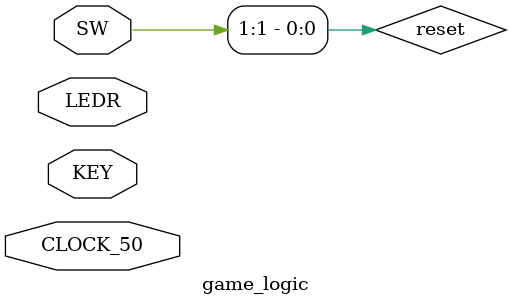
<source format=v>

module game_logic(CLOCK_50,
		KEY, SW, LEDR);
		
		input CLOCK_50;
		input	[1:0] SW;
		input [3:0] KEY;
		input [2:0] LEDR;
		wire reset;
		assign reset = SW[1];
		
		
		/* Piece Definitions */
		// {COLOR, PIECE, STATE}
		localparam PIECE_NONE = 3'b000;
		localparam PIECE_PAWN = 3'b001;
		localparam PIECE_CANNON = 3'b010;
		localparam PIECE_KNIGHT = 3'b011;
		localparam PIECE_ROOK = 3'b100;
		localparam PIECE_BISHOP  = 3'b101;
		localparam PIECE_QUEEN  = 3'b110;
		localparam PIECE_KING   = 3'b111;

		localparam COLOR_RED  = 1'b0;
		localparam COLOR_BLACK  = 1'b1;

		localparam STATE_COVERED = 1'b0;
		localparam STATE_UNCOVERED = 1'b1;
		
		reg [4:0] board[31:0];
		wire [159:0] passable_board;
		
		genvar i;
		generate for (i=0; i<31; i=i+1) begin: BOARD
			assign  passable_board[i*5+4 : i*5] = board[i];
		end
		endgenerate
		
		wire [4:0] board_change_addr;
		wire [4:0] board_change_piece;
		wire [4:0] cursor_addr;
		wire [4:0] selected_piece_addr;
		wire hilite_selected_square;
		wire [2:0] logic_state;
		wire board_change_en_wire;
		wire is_in_initial_state;
		
		logic logic_module(
			.CLK(CLK_50), 
			.RESET(Reset),
			.board_input(passable_board),

			.board_out_addr(board_change_addr),
			.board_out_piece(board_change_piece),
			.board_change_en_wire(board_change_en_wire),
			.cursor_addr(cursor_addr),
			.selected_addr(selected_piece_addr),
			.hilite_selected_square(hilite_selected_square),

			.keyU(KEY[3]), .keyL(KEY[2]), .keyC(SW[0]),
			.keyR(KEY[1]), .keyD(KEY[0]),
			.state(logic_state), .move_is_legal(LEDR[0]), .is_in_initial_state(is_in_initial_state)
			);
		
		
		always @(posedge CLK_50)
		begin 
			if (Reset != 1) begin 
				if (board_change_en_wire == 1)  
				begin
					board[board_change_addr] <= board_change_piece;
				end
			end
			if (is_in_initial_state)
			begin
				board[5'b11_000] <= { COLOR_RED ,PIECE_ROOK, STATE_COVERED};
				board[5'b11_001] <= { COLOR_RED, PIECE_KNIGHT, STATE_COVERED};
				board[5'b11_010] <= { COLOR_RED, PIECE_BISHOP, STATE_COVERED };
				board[5'b11_011] <= { COLOR_RED, PIECE_QUEEN, STATE_COVERED };
				board[5'b11_100] <= { COLOR_RED, PIECE_KING, STATE_COVERED };
				board[5'b11_101] <= { COLOR_RED, PIECE_BISHOP, STATE_COVERED };
				board[5'b11_110] <= { COLOR_RED, PIECE_KNIGHT, STATE_COVERED };
				board[5'b11_111] <= { COLOR_RED, PIECE_ROOK, STATE_COVERED };
				
				board[5'b10_000] <= { COLOR_RED, PIECE_PAWN, STATE_COVERED };
				board[5'b10_001] <= { COLOR_RED, PIECE_PAWN, STATE_COVERED };
				board[5'b10_010] <= { COLOR_RED, PIECE_PAWN, STATE_COVERED};
				board[5'b10_011] <= { COLOR_RED, PIECE_CANNON, STATE_COVERED};
				board[5'b10_100] <= { COLOR_RED, PIECE_CANNON, STATE_COVERED};
				board[5'b10_101] <= { COLOR_RED, PIECE_QUEEN, STATE_COVERED };
				board[5'b10_110] <= { COLOR_RED, PIECE_PAWN, STATE_COVERED };
				board[5'b10_111] <= { COLOR_RED, PIECE_PAWN, STATE_COVERED };
				
				
				board[6'b01_000] <= { COLOR_BLACK, PIECE_PAWN, STATE_COVERED };
				board[6'b01_001] <= { COLOR_BLACK, PIECE_PAWN, STATE_COVERED };
				board[6'b01_010] <= { COLOR_BLACK, PIECE_PAWN, STATE_COVERED };
				board[6'b01_011] <= { COLOR_BLACK, PIECE_CANNON, STATE_COVERED };
				board[6'b01_100] <= { COLOR_BLACK, PIECE_CANNON, STATE_COVERED };
				board[6'b01_101] <= { COLOR_BLACK, PIECE_QUEEN, STATE_COVERED };
				board[6'b01_110] <= { COLOR_BLACK, PIECE_PAWN, STATE_COVERED };
				board[6'b01_111] <= { COLOR_BLACK, PIECE_PAWN, STATE_COVERED };
				
				board[6'b00_000] <= { COLOR_BLACK, PIECE_ROOK, STATE_COVERED };
				board[6'b00_001] <= { COLOR_BLACK, PIECE_KNIGHT, STATE_COVERED };
				board[6'b00_010] <= { COLOR_BLACK, PIECE_BISHOP, STATE_COVERED };
				board[6'b00_011] <= { COLOR_BLACK, PIECE_QUEEN, STATE_COVERED };
				board[5'b00_100] <= { COLOR_BLACK, PIECE_KING, STATE_COVERED };
				board[5'b00_101] <= { COLOR_BLACK, PIECE_BISHOP, STATE_COVERED };
				board[5'b00_110] <= { COLOR_BLACK, PIECE_KNIGHT, STATE_COVERED };
				board[5'b00_111] <= { COLOR_BLACK, PIECE_ROOK, STATE_COVERED };
			end
		end

endmodule

</source>
